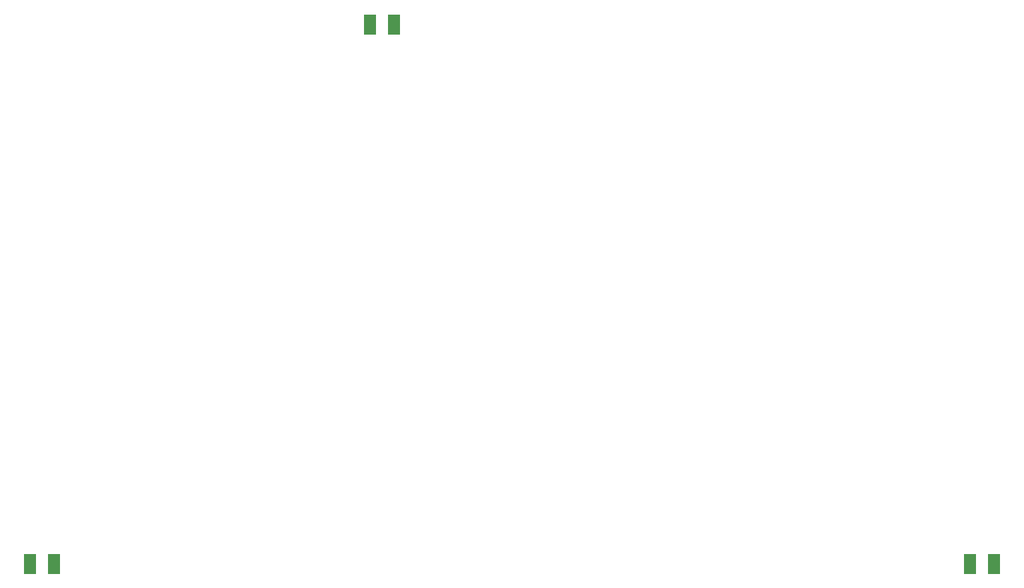
<source format=gbr>
G04 EAGLE Gerber RS-274X export*
G75*
%MOMM*%
%FSLAX34Y34*%
%LPD*%
%INSolderpaste Top*%
%IPPOS*%
%AMOC8*
5,1,8,0,0,1.08239X$1,22.5*%
G01*
%ADD10R,1.500000X2.600000*%


D10*
X-180100Y457200D03*
X-150100Y457200D03*
X611900Y-228600D03*
X581900Y-228600D03*
X-611900Y-228600D03*
X-581900Y-228600D03*
M02*

</source>
